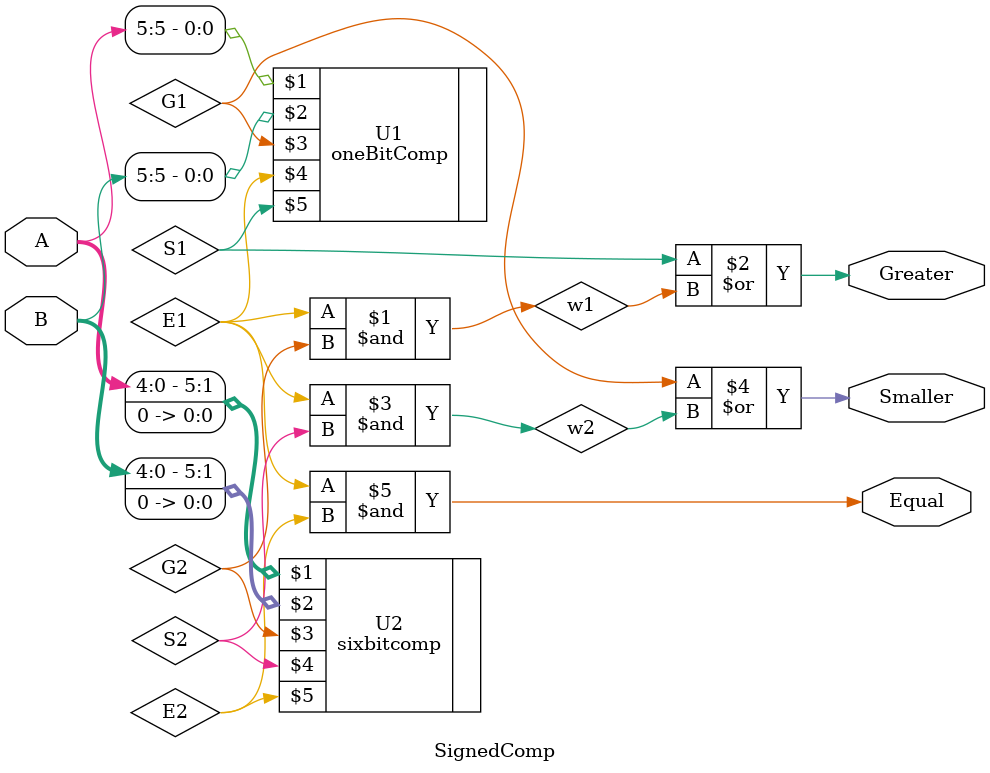
<source format=v>
module SignedComp(A,B,Greater,Smaller,Equal);
	input [5:0] A,B;
	output Greater , Smaller , Equal;
	wire G1,E1,S1;
	wire G2,E2,S2;
	wire NG1;
	wire w1,w2;
	oneBitComp U1(A[5],B[5],G1,E1,S1);//to compare between the first two bits if it was one that means it's negative if it's 0 that's mean it's positive	   
	sixbitcomp U2({A[4:0],1'b0}, {B[4:0],1'b0},G2, S2, E2);//comparing the other five bits concatenating with zero
	and #(5)g0(w1,E1,G2);// w1 = E1 & G2
	or #(5)g1(Greater, S1, w1);// Greater = S1 | w1
	and #(5)g2(w2,E1,S2);// W2 = E1 & S2
    or #(5)g3(Smaller, G1, w2);// Smaller = G1 | w2    
    and #(5)g4(Equal, E1, E2);// Equal = E1 & E2
endmodule
</source>
